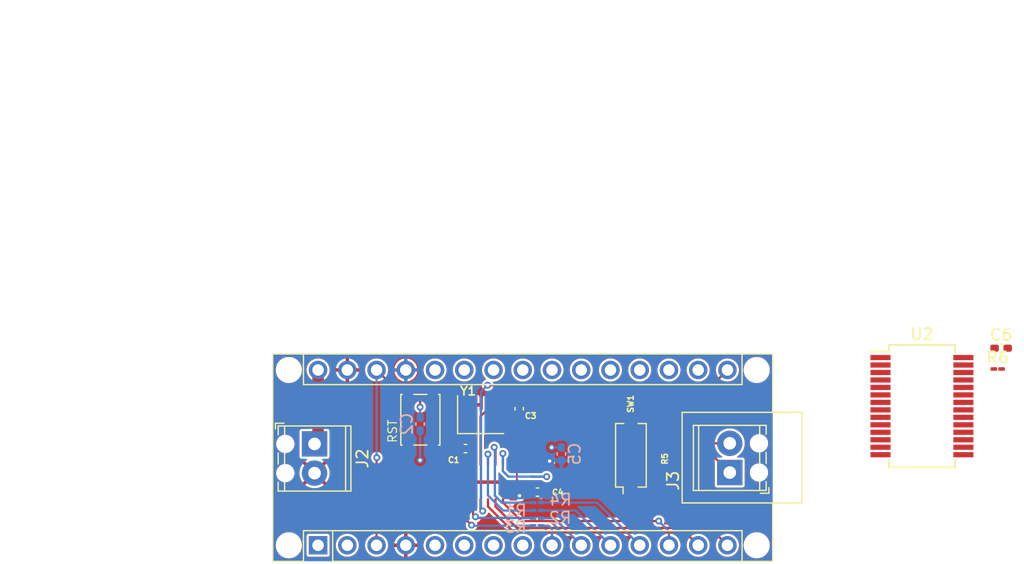
<source format=kicad_pcb>
(kicad_pcb (version 20221018) (generator pcbnew)
  (layers (0 "F.Cu" signal) (1 "In1.Cu" signal) (2 "In2.Cu" signal) (31 "B.Cu" signal) (34 "B.Paste" user) (35 "F.Paste" user) (36 "B.SilkS" user "B.Silkscreen") (37 "F.SilkS" user "F.Silkscreen") (38 "B.Mask" user) (39 "F.Mask" user) (44 "Edge.Cuts" user))
  (net 0 "")
  (net 1 "GND")
  (net 2 "/RESETN")
  (net 3 "/AREF")
  (net 4 "/A0")
  (net 5 "/A1")
  (net 6 "/A2")
  (net 7 "/A3")
  (net 8 "/A4{slash}SDA")
  (net 9 "/A5{slash}SCL")
  (net 10 "/A6")
  (net 11 "/A7")
  (net 12 "/TX1")
  (net 14 "/D2")
  (net 15 "+3V3")
  (net 16 "/D3~{}")
  (net 17 "/D4")
  (net 18 "VIN")
  (net 19 "/D10~{}")
  (net 20 "/MOSI")
  (net 21 "/MISO")
  (net 22 "+5V")
  (net 23 "D6~{}")
  (net 24 "D7")
  (net 25 "D8")
  (net 26 "D9")
  (net 27 "Net-(R5-Pad2)")
  (net 28 "Net-(A1-SCK)")
  (net 29 "/CAN-")
  (net 30 "/CAN+")
  (net 31 "D5~{}")
  (net 32 "Net-(U2-OSC1)")
  (net 33 "Net-(U2-OSC2)")
  (net 34 "Net-(U2-~{INT})")
  (net 35 "Net-(U2-~{INT0}{slash}GPIO0{slash}XSTBY)")
  (net 36 "Net-(U2-~{INT1}{slash}GPIO1)")
  (net 37 "Net-(U2-CLKO{slash}SOF)")
  (net 38 "Net-(U2-STBY)")
  (net 39 "Net-(U2-TXCAN)")
  (net 40 "Net-(U2-RXCAN)")
  (footprint "Capacitor_SMD:C_0402_1005Metric_Pad0.74x0.62mm_HandSolder" (layer "F.Cu") (at 189.335 117.862)
    (fp_text reference "C6" (at 0 -1.16) (layer "F.SilkS"))
    (fp_text value "100n")
    (fp_line (start -0.115835 -0.36) (end 0.115835 -0.36) (stroke (width 0.12)) (layer "F.SilkS"))
    (fp_line (start -0.115835 0.36) (end 0.115835 0.36) (stroke (width 0.12)) (layer "F.SilkS"))
    (pad "1" smd roundrect (at -0.5675 0) (size 0.735 0.62) (layers "F.Cu" "F.Paste" "F.Mask") (net 22 "+5V"))
    (pad "2" smd roundrect (at 0.5675 0) (size 0.735 0.62) (layers "F.Cu" "F.Paste" "F.Mask") (net 1 "GND"))
  )
  (footprint "Module:Arduino_Nano_WithMountingHoles" (layer "F.Cu") (at 130 135 90)
    (fp_text reference "A1" hide)
    (fp_text value "Arduino_Nano_Every")
    (fp_line (start -1.4 -3.94) (end -1.4 -1.27) (stroke (width 0.12)) (layer "F.SilkS"))
    (fp_line (start -1.4 1.27) (end -1.4 39.5) (stroke (width 0.12)) (layer "F.SilkS"))
    (fp_line (start -1.4 39.5) (end 3.68 39.5) (stroke (width 0.12)) (layer "F.SilkS"))
    (fp_line (start 1.27 -1.27) (end -1.4 -1.27) (stroke (width 0.12)) (layer "F.SilkS"))
    (fp_line (start 1.27 1.27) (end -1.4 1.27) (stroke (width 0.12)) (layer "F.SilkS"))
    (fp_line (start 1.27 1.27) (end 1.27 -1.27) (stroke (width 0.12)) (layer "F.SilkS"))
    (fp_line (start 1.27 1.27) (end 1.27 36.83) (stroke (width 0.12)) (layer "F.SilkS"))
    (fp_line (start 1.27 36.83) (end -1.4 36.83) (stroke (width 0.12)) (layer "F.SilkS"))
    (fp_line (start 3.68 31.62) (end 11.56 31.62) (stroke (width 0.12)) (layer "F.SilkS"))
    (fp_line (start 3.68 42.04) (end 3.68 31.62) (stroke (width 0.12)) (layer "F.SilkS"))
    (fp_line (start 11.56 31.62) (end 11.56 42.04) (stroke (width 0.12)) (layer "F.SilkS"))
    (fp_line (start 11.56 42.04) (end 3.68 42.04) (stroke (width 0.12)) (layer "F.SilkS"))
    (fp_line (start 13.97 -1.27) (end 13.97 36.83) (stroke (width 0.12)) (layer "F.SilkS"))
    (fp_line (start 13.97 -1.27) (end 16.64 -1.27) (stroke (width 0.12)) (layer "F.SilkS"))
    (fp_line (start 13.97 36.83) (end 16.64 36.83) (stroke (width 0.12)) (layer "F.SilkS"))
    (fp_line (start 16.64 -3.94) (end -1.4 -3.94) (stroke (width 0.12)) (layer "F.SilkS"))
    (fp_line (start 16.64 39.5) (end 11.56 39.5) (stroke (width 0.12)) (layer "F.SilkS"))
    (fp_line (start 16.64 39.5) (end 16.64 -3.94) (stroke (width 0.12)) (layer "F.SilkS"))
    (pad "" np_thru_hole circle locked (at 0 -2.54 90) (size 1.78 1.78) (drill 1.78) (layers "*.Cu" "*.Mask"))
    (pad "" np_thru_hole circle locked (at 0 38.1 90) (size 1.78 1.78) (drill 1.78) (layers "*.Cu" "*.Mask"))
    (pad "" np_thru_hole circle locked (at 15.24 -2.54 90) (size 1.78 1.78) (drill 1.78) (layers "*.Cu" "*.Mask"))
    (pad "" np_thru_hole circle locked (at 15.24 38.1 90) (size 1.78 1.78) (drill 1.78) (layers "*.Cu" "*.Mask"))
    (pad "1" thru_hole rect locked (at 0 0 90) (size 1.6 1.6) (drill 1) (layers "*.Cu" "*.Mask") (net 12 "/TX1"))
    (pad "2" thru_hole oval locked (at 0 2.54 90) (size 1.6 1.6) (drill 1) (layers "*.Cu" "*.Mask"))
    (pad "3" thru_hole oval locked (at 0 5.08 90) (size 1.6 1.6) (drill 1) (layers "*.Cu" "*.Mask") (net 2 "/RESETN"))
    (pad "4" thru_hole oval locked (at 0 7.62 90) (size 1.6 1.6) (drill 1) (layers "*.Cu" "*.Mask") (net 1 "GND"))
    (pad "5" thru_hole oval locked (at 0 10.16 90) (size 1.6 1.6) (drill 1) (layers "*.Cu" "*.Mask") (net 14 "/D2"))
    (pad "6" thru_hole oval locked (at 0 12.7 90) (size 1.6 1.6) (drill 1) (layers "*.Cu" "*.Mask") (net 16 "/D3~{}"))
    (pad "7" thru_hole oval locked (at 0 15.24 90) (size 1.6 1.6) (drill 1) (layers "*.Cu" "*.Mask") (net 17 "/D4"))
    (pad "8" thru_hole oval locked (at 0 17.78 90) (size 1.6 1.6) (drill 1) (layers "*.Cu" "*.Mask") (net 31 "D5~{}"))
    (pad "9" thru_hole oval locked (at 0 20.32 90) (size 1.6 1.6) (drill 1) (layers "*.Cu" "*.Mask") (net 23 "D6~{}"))
    (pad "10" thru_hole oval locked (at 0 22.86 90) (size 1.6 1.6) (drill 1) (layers "*.Cu" "*.Mask") (net 24 "D7"))
    (pad "11" thru_hole oval locked (at 0 25.4 90) (size 1.6 1.6) (drill 1) (layers "*.Cu" "*.Mask") (net 25 "D8"))
    (pad "12" thru_hole oval locked (at 0 27.94 90) (size 1.6 1.6) (drill 1) (layers "*.Cu" "*.Mask") (net 26 "D9"))
    (pad "13" thru_hole oval locked (at 0 30.48 90) (size 1.6 1.6) (drill 1) (layers "*.Cu" "*.Mask") (net 19 "/D10~{}"))
    (pad "14" thru_hole oval locked (at 0 33.02 90) (size 1.6 1.6) (drill 1) (layers "*.Cu" "*.Mask") (net 20 "/MOSI"))
    (pad "15" thru_hole oval locked (at 0 35.56 90) (size 1.6 1.6) (drill 1) (layers "*.Cu" "*.Mask") (net 21 "/MISO"))
    (pad "16" thru_hole oval locked (at 15.24 35.56 90) (size 1.6 1.6) (drill 1) (layers "*.Cu" "*.Mask") (net 28 "Net-(A1-SCK)"))
    (pad "17" thru_hole oval locked (at 15.24 33.02 90) (size 1.6 1.6) (drill 1) (layers "*.Cu" "*.Mask") (net 15 "+3V3"))
    (pad "18" thru_hole oval locked (at 15.24 30.48 90) (size 1.6 1.6) (drill 1) (layers "*.Cu" "*.Mask") (net 3 "/AREF"))
    (pad "19" thru_hole oval locked (at 15.24 27.94 90) (size 1.6 1.6) (drill 1) (layers "*.Cu" "*.Mask") (net 4 "/A0"))
    (pad "20" thru_hole oval locked (at 15.24 25.4 90) (size 1.6 1.6) (drill 1) (layers "*.Cu" "*.Mask") (net 5 "/A1"))
    (pad "21" thru_hole oval locked (at 15.24 22.86 90) (size 1.6 1.6) (drill 1) (layers "*.Cu" "*.Mask") (net 6 "/A2"))
    (pad "22" thru_hole oval locked (at 15.24 20.32 90) (size 1.6 1.6) (drill 1) (layers "*.Cu" "*.Mask") (net 7 "/A3"))
    (pad "23" thru_hole oval locked (at 15.24 17.78 90) (size 1.6 1.6) (drill 1) (layers "*.Cu" "*.Mask") (net 8 "/A4{slash}SDA"))
    (pad "24" thru_hole oval locked (at 15.24 15.24 90) (size 1.6 1.6) (drill 1) (layers "*.Cu" "*.Mask") (net 9 "/A5{slash}SCL"))
    (pad "25" thru_hole oval locked (at 15.24 12.7 90) (size 1.6 1.6) (drill 1) (layers "*.Cu" "*.Mask") (net 10 "/A6"))
    (pad "26" thru_hole oval locked (at 15.24 10.16 90) (size 1.6 1.6) (drill 1) (layers "*.Cu" "*.Mask") (net 11 "/A7"))
    (pad "27" thru_hole oval locked (at 15.24 7.62 90) (size 1.6 1.6) (drill 1) (layers "*.Cu" "*.Mask") (net 22 "+5V"))
    (pad "28" thru_hole oval locked (at 15.24 5.08 90) (size 1.6 1.6) (drill 1) (layers "*.Cu" "*.Mask") (net 2 "/RESETN"))
    (pad "29" thru_hole oval locked (at 15.24 2.54 90) (size 1.6 1.6) (drill 1) (layers "*.Cu" "*.Mask") (net 1 "GND"))
    (pad "30" thru_hole oval locked (at 15.24 0 90) (size 1.6 1.6) (drill 1) (layers "*.Cu" "*.Mask") (net 18 "VIN"))
  )
  (footprint "Crystal:Crystal_SMD_3225-4Pin_3.2x2.5mm" (layer "F.Cu") (at 144.1174 123.6402)
    (fp_text reference "Y1" (at -1.09 -2.0504) (layer "F.SilkS") (effects (font (size 0.75 0.75))))
    (fp_text value "Crystal_GND24")
    (fp_line (start -2 -1.65) (end -2 1.65) (stroke (width 0.12)) (layer "F.SilkS"))
    (fp_line (start -2 1.65) (end 2 1.65) (stroke (width 0.12)) (layer "F.SilkS"))
    (pad "1" smd rect (at -1.1 0.85) (size 1.4 1.2) (layers "F.Cu" "F.Paste" "F.Mask") (net 32 "Net-(U2-OSC1)"))
    (pad "2" smd rect (at 1.1 0.85) (size 1.4 1.2) (layers "F.Cu" "F.Paste" "F.Mask") (net 1 "GND"))
    (pad "3" smd rect (at 1.1 -0.85) (size 1.4 1.2) (layers "F.Cu" "F.Paste" "F.Mask") (net 33 "Net-(U2-OSC2)"))
    (pad "4" smd rect (at -1.1 -0.85) (size 1.4 1.2) (layers "F.Cu" "F.Paste" "F.Mask") (net 1 "GND"))
  )
  (footprint "Resistor_SMD:R_01005_0402Metric_Pad0.57x0.30mm_HandSolder" (layer "F.Cu") (at 189.035 119.672)
    (fp_text reference "R6" (at 0 -1) (layer "F.SilkS"))
    (fp_text value "0R")
    (pad "1" smd roundrect (at -0.3375 0) (size 0.575 0.3) (layers "F.Cu" "F.Mask") (net 38 "Net-(U2-STBY)"))
    (pad "2" smd roundrect (at 0.3375 0) (size 0.575 0.3) (layers "F.Cu" "F.Mask") (net 31 "D5~{}"))
  )
  (footprint "Package_SO:SSOP-28_5.3x10.2mm_P0.65mm" (layer "F.Cu") (at 182.455 122.902)
    (fp_text reference "U2" (at 0 -6.25) (layer "F.SilkS"))
    (fp_text value "MCP2517FD-xSL")
    (fp_line (start -2.875 -5.325) (end -2.875 -4.75) (stroke (width 0.15)) (layer "F.SilkS"))
    (fp_line (start -2.875 -5.325) (end 2.875 -5.325) (stroke (width 0.15)) (layer "F.SilkS"))
    (fp_line (start -2.875 -4.75) (end -4.475 -4.75) (stroke (width 0.15)) (layer "F.SilkS"))
    (fp_line (start -2.875 5.325) (end -2.875 4.675) (stroke (width 0.15)) (layer "F.SilkS"))
    (fp_line (start -2.875 5.325) (end 2.875 5.325) (stroke (width 0.15)) (layer "F.SilkS"))
    (fp_line (start 2.875 -5.325) (end 2.875 -4.675) (stroke (width 0.15)) (layer "F.SilkS"))
    (fp_line (start 2.875 5.325) (end 2.875 4.675) (stroke (width 0.15)) (layer "F.SilkS"))
    (pad "1" smd rect (at -3.6 -4.225) (size 1.75 0.45) (layers "F.Cu" "F.Paste" "F.Mask") (net 22 "+5V"))
    (pad "2" smd rect (at -3.6 -3.575) (size 1.75 0.45) (layers "F.Cu" "F.Paste" "F.Mask"))
    (pad "3" smd rect (at -3.6 -2.925) (size 1.75 0.45) (layers "F.Cu" "F.Paste" "F.Mask") (net 29 "/CAN-"))
    (pad "4" smd rect (at -3.6 -2.275) (size 1.75 0.45) (layers "F.Cu" "F.Paste" "F.Mask") (net 30 "/CAN+"))
    (pad "5" smd rect (at -3.6 -1.625) (size 1.75 0.45) (layers "F.Cu" "F.Paste" "F.Mask") (net 38 "Net-(U2-STBY)"))
    (pad "6" smd rect (at -3.6 -0.975) (size 1.75 0.45) (layers "F.Cu" "F.Paste" "F.Mask") (net 36 "Net-(U2-~{INT1}{slash}GPIO1)"))
    (pad "7" smd rect (at -3.6 -0.325) (size 1.75 0.45) (layers "F.Cu" "F.Paste" "F.Mask") (net 35 "Net-(U2-~{INT0}{slash}GPIO0{slash}XSTBY)"))
    (pad "8" smd rect (at -3.6 0.325) (size 1.75 0.45) (layers "F.Cu" "F.Paste" "F.Mask"))
    (pad "9" smd rect (at -3.6 0.975) (size 1.75 0.45) (layers "F.Cu" "F.Paste" "F.Mask") (net 28 "Net-(A1-SCK)"))
    (pad "10" smd rect (at -3.6 1.625) (size 1.75 0.45) (layers "F.Cu" "F.Paste" "F.Mask") (net 20 "/MOSI"))
    (pad "11" smd rect (at -3.6 2.275) (size 1.75 0.45) (layers "F.Cu" "F.Paste" "F.Mask") (net 21 "/MISO"))
    (pad "12" smd rect (at -3.6 2.925) (size 1.75 0.45) (layers "F.Cu" "F.Paste" "F.Mask"))
    (pad "13" smd rect (at -3.6 3.575) (size 1.75 0.45) (layers "F.Cu" "F.Paste" "F.Mask") (net 19 "/D10~{}"))
    (pad "14" smd rect (at -3.6 4.225) (size 1.75 0.45) (layers "F.Cu" "F.Paste" "F.Mask") (net 22 "+5V"))
    (pad "15" smd rect (at 3.6 4.225) (size 1.75 0.45) (layers "F.Cu" "F.Paste" "F.Mask") (net 39 "Net-(U2-TXCAN)"))
    (pad "16" smd rect (at 3.6 3.575) (size 1.75 0.45) (layers "F.Cu" "F.Paste" "F.Mask") (net 40 "Net-(U2-RXCAN)"))
    (pad "17" smd rect (at 3.6 2.925) (size 1.75 0.45) (layers "F.Cu" "F.Paste" "F.Mask"))
    (pad "18" smd rect (at 3.6 2.275) (size 1.75 0.45) (layers "F.Cu" "F.Paste" "F.Mask") (net 37 "Net-(U2-CLKO{slash}SOF)"))
    (pad "19" smd rect (at 3.6 1.625) (size 1.75 0.45) (layers "F.Cu" "F.Paste" "F.Mask") (net 34 "Net-(U2-~{INT})"))
    (pad "20" smd rect (at 3.6 0.975) (size 1.75 0.45) (layers "F.Cu" "F.Paste" "F.Mask") (net 33 "Net-(U2-OSC2)"))
    (pad "21" smd rect (at 3.6 0.325) (size 1.75 0.45) (layers "F.Cu" "F.Paste" "F.Mask") (net 32 "Net-(U2-OSC1)"))
    (pad "22" smd rect (at 3.6 -0.325) (size 1.75 0.45) (layers "F.Cu" "F.Paste" "F.Mask") (net 1 "GND"))
    (pad "23" smd rect (at 3.6 -0.975) (size 1.75 0.45) (layers "F.Cu" "F.Paste" "F.Mask") (net 39 "Net-(U2-TXCAN)"))
    (pad "24" smd rect (at 3.6 -1.625) (size 1.75 0.45) (layers "F.Cu" "F.Paste" "F.Mask") (net 1 "GND"))
    (pad "25" smd rect (at 3.6 -2.275) (size 1.75 0.45) (layers "F.Cu" "F.Paste" "F.Mask") (net 22 "+5V"))
    (pad "26" smd rect (at 3.6 -2.925) (size 1.75 0.45) (layers "F.Cu" "F.Paste" "F.Mask"))
    (pad "27" smd rect (at 3.6 -3.575) (size 1.75 0.45) (layers "F.Cu" "F.Paste" "F.Mask"))
    (pad "28" smd rect (at 3.6 -4.225) (size 1.75 0.45) (layers "F.Cu" "F.Paste" "F.Mask") (net 40 "Net-(U2-RXCAN)"))
  )
  (footprint "Capacitor_SMD:C_0402_1005Metric_Pad0.74x0.62mm_HandSolder" (layer "F.Cu") (at 149.0639 130.3782)
    (fp_text reference "C4" (at 1.7613 0.0254) (layer "F.SilkS") (effects (font (size 0.5 0.5) (thickness 0.125))))
    (fp_text value "100n")
    (fp_line (start -0.115835 -0.36) (end 0.115835 -0.36) (stroke (width 0.12)) (layer "F.SilkS"))
    (fp_line (start -0.115835 0.36) (end 0.115835 0.36) (stroke (width 0.12)) (layer "F.SilkS"))
    (pad "1" smd roundrect (at -0.5675 0) (size 0.735 0.62) (layers "F.Cu" "F.Paste" "F.Mask") (net 22 "+5V"))
    (pad "2" smd roundrect (at 0.5675 0) (size 0.735 0.62) (layers "F.Cu" "F.Paste" "F.Mask") (net 1 "GND"))
  )
  (footprint "Button_Switch_SMD:SW_SPST_PTS810" (layer "F.Cu") (at 138.8872 124.0868 -90)
    (fp_text reference "PB1" hide)
    (fp_text value "SW_Push" hide)
    (fp_line (start -2.2 -1.7) (end -2.2 -1.58) (stroke (width 0.12)) (layer "F.SilkS"))
    (fp_line (start -2.2 -0.57) (end -2.2 0.57) (stroke (width 0.12)) (layer "F.SilkS"))
    (fp_line (start -2.2 1.58) (end -2.2 1.7) (stroke (width 0.12)) (layer "F.SilkS"))
    (fp_line (start -2.2 1.7) (end 2.2 1.7) (stroke (width 0.12)) (layer "F.SilkS"))
    (fp_line (start 2.2 -1.7) (end -2.2 -1.7) (stroke (width 0.12)) (layer "F.SilkS"))
    (fp_line (start 2.2 -1.58) (end 2.2 -1.7) (stroke (width 0.12)) (layer "F.SilkS"))
    (fp_line (start 2.2 0.57) (end 2.2 -0.57) (stroke (width 0.12)) (layer "F.SilkS"))
    (fp_line (start 2.2 1.7) (end 2.2 1.58) (stroke (width 0.12)) (layer "F.SilkS"))
    (pad "1" smd rect (at -2.075 -1.075 270) (size 1.05 0.65) (layers "F.Cu" "F.Paste" "F.Mask") (net 1 "GND"))
    (pad "1" smd rect (at 2.075 -1.075 270) (size 1.05 0.65) (layers "F.Cu" "F.Paste" "F.Mask") (net 1 "GND"))
    (pad "2" smd rect (at -2.075 1.075 270) (size 1.05 0.65) (layers "F.Cu" "F.Paste" "F.Mask") (net 2 "/RESETN"))
    (pad "2" smd rect (at 2.075 1.075 270) (size 1.05 0.65) (layers "F.Cu" "F.Paste" "F.Mask") (net 2 "/RESETN"))
  )
  (footprint "Capacitor_SMD:C_0402_1005Metric_Pad0.74x0.62mm_HandSolder" (layer "F.Cu") (at 147.4724 123.1305 -90)
    (fp_text reference "C3" (at 0.6183 -0.9906 180) (layer "F.SilkS") (effects (font (size 0.5 0.5) (thickness 0.125))))
    (fp_text value "22pF")
    (fp_line (start -0.115835 -0.36) (end 0.115835 -0.36) (stroke (width 0.12)) (layer "F.SilkS"))
    (fp_line (start -0.115835 0.36) (end 0.115835 0.36) (stroke (width 0.12)) (layer "F.SilkS"))
    (pad "1" smd roundrect (at -0.5675 0 270) (size 0.735 0.62) (layers "F.Cu" "F.Paste" "F.Mask") (net 1 "GND"))
    (pad "2" smd roundrect (at 0.5675 0 270) (size 0.735 0.62) (layers "F.Cu" "F.Paste" "F.Mask") (net 33 "Net-(U2-OSC2)"))
  )
  (footprint "Button_Switch_SMD:SW_DIP_SPSTx01_Slide_Copal_CHS-01A_W5.08mm_P1.27mm_JPin" (layer "F.Cu") (at 157.1752 127.1778 90)
    (fp_text reference "SW1" (at 4.4704 -0.0254 90) (layer "F.SilkS") (effects (font (size 0.5 0.5) (thickness 0.125))))
    (fp_text value "SW_DIP_x01")
    (fp_line (start -3.34 -0.68) (end -2.761 -0.68) (stroke (width 0.12)) (layer "F.SilkS"))
    (fp_line (start -2.761 -1.33) (end -2.761 -0.68) (stroke (width 0.12)) (layer "F.SilkS"))
    (fp_line (start -2.761 -1.33) (end 2.76 -1.33) (stroke (width 0.12)) (layer "F.SilkS"))
    (fp_line (start -2.761 0.62) (end -2.761 1.33) (stroke (width 0.12)) (layer "F.SilkS"))
    (fp_line (start -2.761 1.33) (end 2.76 1.33) (stroke (width 0.12)) (layer "F.SilkS"))
    (fp_line (start 2.76 -1.33) (end 2.76 -0.62) (stroke (width 0.12)) (layer "F.SilkS"))
    (fp_line (start 2.76 0.62) (end 2.76 1.33) (stroke (width 0.12)) (layer "F.SilkS"))
    (pad "1" smd rect (at -2.54 0 90) (size 1.6 0.76) (layers "F.Cu" "F.Paste" "F.Mask") (net 27 "Net-(R5-Pad2)"))
    (pad "2" smd rect (at 2.54 0 90) (size 1.6 0.76) (layers "F.Cu" "F.Paste" "F.Mask") (net 30 "/CAN+"))
  )
  (footprint "TerminalBlock_Phoenix:TerminalBlock_Phoenix_MPT-0,5-2-2.54_1x02_P2.54mm_Horizontal" (layer "F.Cu") (at 165.7604 128.6764 90)
    (fp_text reference "J3" (at -0.7112 -4.9276 90) (layer "F.SilkS"))
    (fp_text value "Screw_Terminal_01x02")
    (fp_line (start -1.8 2.66) (end -1.8 3.4) (stroke (width 0.12)) (layer "F.SilkS"))
    (fp_line (start -1.8 3.4) (end -1.3 3.4) (stroke (width 0.12)) (layer "F.SilkS"))
    (fp_line (start -1.56 -3.16) (end -1.56 3.16) (stroke (width 0.12)) (layer "F.SilkS"))
    (fp_line (start -1.56 -3.16) (end 4.1 -3.16) (stroke (width 0.12)) (layer "F.SilkS"))
    (fp_line (start -1.56 -2.7) (end 4.1 -2.7) (stroke (width 0.12)) (layer "F.SilkS"))
    (fp_line (start -1.56 2.6) (end -0.79 2.6) (stroke (width 0.12)) (layer "F.SilkS"))
    (fp_line (start -1.56 3.16) (end -0.79 3.16) (stroke (width 0.12)) (layer "F.SilkS"))
    (fp_line (start 0.79 2.6) (end 1.75 2.6) (stroke (width 0.12)) (layer "F.SilkS"))
    (fp_line (start 0.79 3.16) (end 1.75 3.16) (stroke (width 0.12)) (layer "F.SilkS"))
    (fp_line (start 3.33 2.6) (end 4.1 2.6) (stroke (width 0.12)) (layer "F.SilkS"))
    (fp_line (start 3.33 3.16) (end 4.1 3.16) (stroke (width 0.12)) (layer "F.SilkS"))
    (fp_line (start 4.1 -3.16) (end 4.1 3.16) (stroke (width 0.12)) (layer "F.SilkS"))
    (pad "" np_thru_hole circle (at 0 2.54 90) (size 1.1 1.1) (drill 1.1) (layers "*.Cu" "*.Mask"))
    (pad "" np_thru_hole circle (at 2.54 2.54 90) (size 1.1 1.1) (drill 1.1) (layers "*.Cu" "*.Mask"))
    (pad "1" thru_hole rect (at 0 0 90) (size 2.2 2.2) (drill 1.1) (layers "*.Cu" "*.Mask") (net 29 "/CAN-"))
    (pad "2" thru_hole circle (at 2.54 0 90) (size 2.2 2.2) (drill 1.1) (layers "*.Cu" "*.Mask") (net 30 "/CAN+"))
  )
  (footprint "TerminalBlock_Phoenix:TerminalBlock_Phoenix_MPT-0,5-2-2.54_1x02_P2.54mm_Horizontal" (layer "F.Cu") (at 129.6924 126.1872 -90)
    (fp_text reference "J2" (at 1.27 -4.16 -90) (layer "F.SilkS"))
    (fp_text value "Screw_Terminal_01x02")
    (fp_line (start -1.8 2.66) (end -1.8 3.4) (stroke (width 0.12)) (layer "F.SilkS"))
    (fp_line (start -1.8 3.4) (end -1.3 3.4) (stroke (width 0.12)) (layer "F.SilkS"))
    (fp_line (start -1.56 -3.16) (end -1.56 3.16) (stroke (width 0.12)) (layer "F.SilkS"))
    (fp_line (start -1.56 -3.16) (end 4.1 -3.16) (stroke (width 0.12)) (layer "F.SilkS"))
    (fp_line (start -1.56 -2.7) (end 4.1 -2.7) (stroke (width 0.12)) (layer "F.SilkS"))
    (fp_line (start -1.56 2.6) (end -0.79 2.6) (stroke (width 0.12)) (layer "F.SilkS"))
    (fp_line (start -1.56 3.16) (end -0.79 3.16) (stroke (width 0.12)) (layer "F.SilkS"))
    (fp_line (start 0.79 2.6) (end 1.75 2.6) (stroke (width 0.12)) (layer "F.SilkS"))
    (fp_line (start 0.79 3.16) (end 1.75 3.16) (stroke (width 0.12)) (layer "F.SilkS"))
    (fp_line (start 3.33 2.6) (end 4.1 2.6) (stroke (width 0.12)) (layer "F.SilkS"))
    (fp_line (start 3.33 3.16) (end 4.1 3.16) (stroke (width 0.12)) (layer "F.SilkS"))
    (fp_line (start 4.1 -3.16) (end 4.1 3.16) (stroke (width 0.12)) (layer "F.SilkS"))
    (pad "" np_thru_hole circle (at 0 2.54 270) (size 1.1 1.1) (drill 1.1) (layers "*.Cu" "*.Mask"))
    (pad "" np_thru_hole circle (at 2.54 2.54 270) (size 1.1 1.1) (drill 1.1) (layers "*.Cu" "*.Mask"))
    (pad "1" thru_hole rect (at 0 0 270) (size 2.2 2.2) (drill 1.1) (layers "*.Cu" "*.Mask") (net 18 "VIN"))
    (pad "2" thru_hole circle (at 2.54 0 270) (size 2.2 2.2) (drill 1.1) (layers "*.Cu" "*.Mask") (net 1 "GND"))
  )
  (footprint "Resistor_SMD:R_01005_0402Metric_Pad0.57x0.30mm_HandSolder" (layer "F.Cu") (at 159.3088 127.5519 -90)
    (fp_text reference "R5" (at -0.0693 -0.8128 90) (layer "F.SilkS") (effects (font (size 0.5 0.5) (thickness 0.125))))
    (fp_text value "120R")
    (pad "1" smd roundrect (at -0.3375 0 270) (size 0.575 0.3) (layers "F.Cu" "F.Mask") (net 29 "/CAN-"))
    (pad "2" smd roundrect (at 0.3375 0 270) (size 0.575 0.3) (layers "F.Cu" "F.Mask") (net 27 "Net-(R5-Pad2)"))
  )
  (footprint "Capacitor_SMD:C_0402_1005Metric_Pad0.74x0.62mm_HandSolder" (layer "F.Cu") (at 142.8075 126.5936)
    (fp_text reference "C1" (at -1.0247 0.9906) (layer "F.SilkS") (effects (font (size 0.5 0.5) (thickness 0.125))))
    (fp_text value "22pF")
    (fp_line (start -0.115835 -0.36) (end 0.115835 -0.36) (stroke (width 0.12)) (layer "F.SilkS"))
    (fp_line (start -0.115835 0.36) (end 0.115835 0.36) (stroke (width 0.12)) (layer "F.SilkS"))
    (pad "1" smd roundrect (at -0.5675 0) (size 0.735 0.62) (layers "F.Cu" "F.Paste" "F.Mask") (net 1 "GND"))
    (pad "2" smd roundrect (at 0.5675 0) (size 0.735 0.62) (layers "F.Cu" "F.Paste" "F.Mask") (net 32 "Net-(U2-OSC1)"))
  )
  (footprint "Resistor_SMD:R_01005_0402Metric_Pad0.57x0.30mm_HandSolder" (layer "B.Cu") (at 149.0218 131.9784)
    (fp_text reference "R1" (at -1.8796 0) (layer "B.SilkS") (effects (justify mirror)))
    (fp_text value "0R")
    (pad "1" smd roundrect (at -0.3375 0) (size 0.575 0.3) (layers "B.Cu" "B.Mask") (net 34 "Net-(U2-~{INT})"))
    (pad "2" smd roundrect (at 0.3375 0) (size 0.575 0.3) (layers "B.Cu" "B.Mask") (net 25 "D8"))
  )
  (footprint "Resistor_SMD:R_01005_0402Metric_Pad0.57x0.30mm_HandSolder" (layer "B.Cu") (at 149.0149 133.2992)
    (fp_text reference "R3" (at -1.8727 0.1016) (layer "B.SilkS") (effects (justify mirror)))
    (fp_text value "0R")
    (pad "1" smd roundrect (at -0.3375 0) (size 0.575 0.3) (layers "B.Cu" "B.Mask") (net 36 "Net-(U2-~{INT1}{slash}GPIO1)"))
    (pad "2" smd roundrect (at 0.3375 0) (size 0.575 0.3) (layers "B.Cu" "B.Mask") (net 23 "D6~{}"))
  )
  (footprint "Capacitor_SMD:C_0402_1005Metric_Pad0.74x0.62mm_HandSolder" (layer "B.Cu") (at 151.13 127.0595 90)
    (fp_text reference "C5" (at 0 1.16 90) (layer "B.SilkS") (effects (justify mirror)))
    (fp_text value "100n")
    (fp_line (start -0.115835 -0.36) (end 0.115835 -0.36) (stroke (width 0.12)) (layer "B.SilkS"))
    (fp_line (start -0.115835 0.36) (end 0.115835 0.36) (stroke (width 0.12)) (layer "B.SilkS"))
    (pad "1" smd roundrect (at -0.5675 0 90) (size 0.735 0.62) (layers "B.Cu" "B.Paste" "B.Mask") (net 22 "+5V"))
    (pad "2" smd roundrect (at 0.5675 0 90) (size 0.735 0.62) (layers "B.Cu" "B.Paste" "B.Mask") (net 1 "GND"))
  )
  (footprint "Resistor_SMD:R_01005_0402Metric_Pad0.57x0.30mm_HandSolder" (layer "B.Cu") (at 149.0291 131.2926)
    (fp_text reference "R4" (at 2.0247 -0.254) (layer "B.SilkS") (effects (justify mirror)))
    (fp_text value "0R")
    (pad "1" smd roundrect (at -0.3375 0) (size 0.575 0.3) (layers "B.Cu" "B.Mask") (net 37 "Net-(U2-CLKO{slash}SOF)"))
    (pad "2" smd roundrect (at 0.3375 0) (size 0.575 0.3) (layers "B.Cu" "B.Mask") (net 26 "D9"))
  )
  (footprint "Capacitor_SMD:C_0402_1005Metric_Pad0.74x0.62mm_HandSolder" (layer "B.Cu") (at 138.8618 124.46 -90)
    (fp_text reference "C2" (at 0 1.16 90) (layer "B.SilkS") (effects (justify mirror)))
    (fp_text value "100n")
    (fp_line (start -0.115835 -0.36) (end 0.115835 -0.36) (stroke (width 0.12)) (layer "B.SilkS"))
    (fp_line (start -0.115835 0.36) (end 0.115835 0.36) (stroke (width 0.12)) (layer "B.SilkS"))
    (pad "1" smd roundrect (at -0.5675 0 270) (size 0.735 0.62) (layers "B.Cu" "B.Paste" "B.Mask") (net 2 "/RESETN"))
    (pad "2" smd roundrect (at 0.5675 0 270) (size 0.735 0.62) (layers "B.Cu" "B.Paste" "B.Mask") (net 1 "GND"))
  )
  (footprint "Resistor_SMD:R_01005_0402Metric_Pad0.57x0.30mm_HandSolder" (layer "B.Cu") (at 149.0222 132.6388)
    (fp_text reference "R2" (at 2.0062 -0.0254) (layer "B.SilkS") (effects (justify mirror)))
    (fp_text value "0R")
    (pad "1" smd roundrect (at -0.3375 0) (size 0.575 0.3) (layers "B.Cu" "B.Mask") (net 35 "Net-(U2-~{INT0}{slash}GPIO0{slash}XSTBY)"))
    (pad "2" smd roundrect (at 0.3375 0) (size 0.575 0.3) (layers "B.Cu" "B.Mask") (net 24 "D7"))
  )
  (gr_line (start 126.0602 136.398) (end 126.0602 118.364) (stroke (width 0.01)) (layer "Edge.Cuts"))
  (gr_line (start 169.4942 136.398) (end 169.4942 118.364) (stroke (width 0.01)) (layer "Edge.Cuts"))
  (gr_line (start 126.0602 118.364) (end 169.4942 118.364) (stroke (width 0.01)) (layer "Edge.Cuts"))
  (gr_line (start 169.4942 136.398) (end 126.0602 136.398) (stroke (width 0.01)) (layer "Edge.Cuts"))
  (gr_text "RST" (at 136.906 126.1618 90) (layer "F.SilkS") (effects (font (size 0.75 0.75) (thickness 0.1)) (justify left bottom)))
  (segment (start 146.06105 128.0085) (end 146.06105 127.03645) (width 0.2) (layer "F.Cu") (net 0))
  (segment (start 148.170878 125.1966) (end 148.5168 125.1966) (width 0.2) (layer "F.Cu") (net 0))
  (segment (start 146.06105 127.03645) (end 146.05 127.0254) (width 0.2) (layer "F.Cu") (net 0))
  (segment (start 149.86 129.032) (end 148.5422 129.032) (width 0.2) (layer "F.Cu") (net 0))
  (segment (start 146.6596 123.698) (end 145.5674 124.7902) (width 0.2) (layer "F.Cu") (net 0))
  (segment (start 146.71105 128.0085) (end 146.71105 126.656428) (width 0.2) (layer "F.Cu") (net 0))
  (segment (start 147.4724 123.698) (end 146.6596 123.698) (width 0.2) (layer "F.Cu") (net 0))
  (segment (start 148.5422 129.032) (end 148.5168 129.0066) (width 0.2) (layer "F.Cu") (net 0))
  (segment (start 146.71105 126.656428) (end 148.170878 125.1966) (width 0.2) (layer "F.Cu") (net 0))
  (via (at 146.05 127.0254) (size 0.6) (drill 0.3) (layers "F.Cu" "B.Cu") (net 0))
  (via (at 149.86 129.032) (size 0.6) (drill 0.3) (layers "F.Cu" "B.Cu") (net 0))
  (segment (start 146.05 128.5494) (end 146.2532 128.7526) (width 0.2) (layer "B.Cu") (net 0))
  (segment (start 146.2532 128.7526) (end 146.5326 129.032) (width 0.2) (layer "B.Cu") (net 0))
  (segment (start 146.5326 129.032) (end 149.86 129.032) (width 0.2) (layer "B.Cu") (net 0))
  (segment (start 146.05 127.0254) (end 146.05 128.5494) (width 0.2) (layer "B.Cu") (net 0))
  (via (at 150.2918 126.492) (size 0.6) (drill 0.3) (layers "F.Cu" "B.Cu") (net 1))
  (via (at 138.8618 127.6096) (size 0.6) (drill 0.3) (layers "F.Cu" "B.Cu") (net 1))
  (segment (start 151.13 126.492) (end 150.2918 126.492) (width 0.2) (layer "B.Cu") (net 1))
  (segment (start 138.8618 125.0275) (end 138.8618 127.6096) (width 0.2) (layer "B.Cu") (net 1))
  (segment (start 137.3318 122.0118) (end 135.08 119.76) (width 0.2) (layer "F.Cu") (net 2))
  (segment (start 135.08 127.4036) (end 135.08 135) (width 0.2) (layer "F.Cu") (net 2))
  (segment (start 138.8618 122.9868) (end 138.8618 122.4026) (width 0.2) (layer "F.Cu") (net 2))
  (segment (start 137.8122 122.0118) (end 137.8122 126.1618) (width 0.2) (layer "F.Cu") (net 2))
  (segment (start 137.8122 122.0118) (end 137.3318 122.0118) (width 0.2) (layer "F.Cu") (net 2))
  (segment (start 138.8618 122.4026) (end 138.471 122.0118) (width 0.2) (layer "F.Cu") (net 2))
  (segment (start 135.1026 127.381) (end 135.08 127.4036) (width 0.2) (layer "F.Cu") (net 2))
  (segment (start 138.471 122.0118) (end 137.8122 122.0118) (width 0.2) (layer "F.Cu") (net 2))
  (via (at 135.1026 127.381) (size 0.6) (drill 0.3) (layers "F.Cu" "B.Cu") (net 2))
  (via (at 138.8618 122.9868) (size 0.6) (drill 0.3) (layers "F.Cu" "B.Cu") (net 2))
  (segment (start 135.08 127.3584) (end 135.1026 127.381) (width 0.2) (layer "B.Cu") (net 2))
  (segment (start 138.8618 123.8925) (end 138.8618 122.9868) (width 0.2) (layer "B.Cu") (net 2))
  (segment (start 135.08 119.76) (end 135.08 127.3584) (width 0.2) (layer "B.Cu") (net 2))
  (segment (start 130 119.76) (end 130 125.8796) (width 1) (layer "F.Cu") (net 18))
  (segment (start 130 125.8796) (end 129.6924 126.1872) (width 1) (layer "F.Cu") (net 18))
  (segment (start 147.667173 132.8909) (end 159.5882 132.8909) (width 0.2) (layer "F.Cu") (net 19))
  (segment (start 146.06105 131.284777) (end 147.667173 132.8909) (width 0.2) (layer "F.Cu") (net 19))
  (segment (start 146.06105 131.0085) (end 146.06105 131.284777) (width 0.2) (layer "F.Cu") (net 19))
  (via (at 159.5882 132.8909) (size 0.6) (drill 0.3) (layers "F.Cu" "B.Cu") (net 19))
  (segment (start 160.48 133.7827) (end 160.48 135) (width 0.2) (layer "B.Cu") (net 19))
  (segment (start 159.5882 132.8909) (end 160.48 133.7827) (width 0.2) (layer "B.Cu") (net 19))
  (segment (start 144.76105 131.6335) (end 147.02435 133.8968) (width 0.2) (layer "F.Cu") (net 20))
  (segment (start 161.9168 133.8968) (end 163.02 135) (width 0.2) (layer "F.Cu") (net 20))
  (segment (start 144.76105 131.0085) (end 144.76105 131.6335) (width 0.2) (layer "F.Cu") (net 20))
  (segment (start 147.02435 133.8968) (end 161.9168 133.8968) (width 0.2) (layer "F.Cu") (net 20))
  (segment (start 145.41105 131.6335) (end 147.27115 133.4936) (width 0.2) (layer "F.Cu") (net 21))
  (segment (start 164.0536 133.4936) (end 165.56 135) (width 0.2) (layer "F.Cu") (net 21))
  (segment (start 145.41105 131.0085) (end 145.41105 131.6335) (width 0.2) (layer "F.Cu") (net 21))
  (segment (start 147.27115 133.4936) (end 164.0536 133.4936) (width 0.2) (layer "F.Cu") (net 21))
  (segment (start 147.1792 131.0085) (end 147.4978 130.6899) (width 0.2) (layer "F.Cu") (net 22))
  (segment (start 147.8095 130.3782) (end 147.4978 130.6899) (width 0.2) (layer "F.Cu") (net 22))
  (segment (start 150.0632 127.7366) (end 150.114 127.6858) (width 0.2) (layer "F.Cu") (net 22))
  (segment (start 148.5168 127.7366) (end 150.0632 127.7366) (width 0.2) (layer "F.Cu") (net 22))
  (segment (start 148.4964 130.3782) (end 147.8095 130.3782) (width 0.2) (layer "F.Cu") (net 22))
  (segment (start 146.71105 131.0085) (end 147.1792 131.0085) (width 0.2) (layer "F.Cu") (net 22))
  (via (at 150.114 127.6858) (size 0.6) (drill 0.3) (layers "F.Cu" "B.Cu") (net 22))
  (via (at 147.4978 130.6899) (size 0.6) (drill 0.3) (layers "F.Cu" "B.Cu") (net 22))
  (segment (start 150.32 133.6068) (end 150.32 135) (width 0.2) (layer "B.Cu") (net 23))
  (segment (start 149.3524 133.2992) (end 150.0124 133.2992) (width 0.2) (layer "B.Cu") (net 23))
  (segment (start 150.0124 133.2992) (end 150.32 133.6068) (width 0.2) (layer "B.Cu") (net 23))
  (segment (start 150.4988 132.6388) (end 152.86 135) (width 0.2) (layer "B.Cu") (net 24))
  (segment (start 149.3597 132.6388) (end 150.4988 132.6388) (width 0.2) (layer "B.Cu") (net 24))
  (segment (start 149.3593 131.9784) (end 152.3784 131.9784) (width 0.2) (layer "B.Cu") (net 25))
  (segment (start 152.3784 131.9784) (end 155.4 135) (width 0.2) (layer "B.Cu") (net 25))
  (segment (start 154.2326 131.2926) (end 157.94 135) (width 0.2) (layer "B.Cu") (net 26))
  (segment (start 149.3666 131.2926) (end 154.2326 131.2926) (width 0.2) (layer "B.Cu") (net 26))
  (segment (start 157.0482 129.5908) (end 157.1752 129.7178) (width 0.2) (layer "F.Cu") (net 27))
  (segment (start 158.2928 129.7178) (end 157.1752 129.7178) (width 0.2) (layer "F.Cu") (net 27))
  (segment (start 159.3088 127.8894) (end 159.3088 128.7018) (width 0.2) (layer "F.Cu") (net 27))
  (segment (start 159.3088 128.7018) (end 158.2928 129.7178) (width 0.2) (layer "F.Cu") (net 27))
  (segment (start 144.7292 121.0818) (end 164.2382 121.0818) (width 0.2) (layer "F.Cu") (net 28))
  (segment (start 144.11105 131.0085) (end 144.11105 131.832664) (width 0.2) (layer "F.Cu") (net 28))
  (segment (start 144.11105 131.832664) (end 144.29967 132.021284) (width 0.2) (layer "F.Cu") (net 28))
  (segment (start 164.2382 121.0818) (end 165.56 119.76) (width 0.2) (layer "F.Cu") (net 28))
  (via (at 144.29967 132.021284) (size 0.6) (drill 0.3) (layers "F.Cu" "B.Cu") (net 28))
  (via (at 144.7292 121.0818) (size 0.6) (drill 0.3) (layers "F.Cu" "B.Cu") (net 28))
  (segment (start 144.1514 121.6596) (end 144.1514 131.873014) (width 0.2) (layer "B.Cu") (net 28))
  (segment (start 144.7292 121.0818) (end 144.1514 121.6596) (width 0.2) (layer "B.Cu") (net 28))
  (segment (start 144.1514 131.873014) (end 144.29967 132.021284) (width 0.2) (layer "B.Cu") (net 28))
  (segment (start 159.3088 127.2144) (end 159.3088 126.586401) (width 0.2) (layer "F.Cu") (net 29))
  (segment (start 154.479522 127.0698) (end 154.962921 126.586401) (width 0.2) (layer "F.Cu") (net 29))
  (segment (start 159.3088 126.586401) (end 163.670401 126.586401) (width 0.2) (layer "F.Cu") (net 29))
  (segment (start 154.962921 126.586401) (end 159.3088 126.586401) (width 0.2) (layer "F.Cu") (net 29))
  (segment (start 163.670401 126.586401) (end 165.7604 128.6764) (width 0.2) (layer "F.Cu") (net 29))
  (segment (start 154.1336 127.0698) (end 154.479522 127.0698) (width 0.2) (layer "F.Cu") (net 29))
  (segment (start 153.4668 127.7366) (end 154.1336 127.0698) (width 0.2) (layer "F.Cu") (net 29))
  (segment (start 153.4668 126.4666) (end 154.100403 126.4666) (width 0.2) (layer "F.Cu") (net 30))
  (segment (start 157.1752 126.1364) (end 157.1752 124.6378) (width 0.2) (layer "F.Cu") (net 30))
  (segment (start 157.1752 126.1364) (end 165.7604 126.1364) (width 0.2) (layer "F.Cu") (net 30))
  (segment (start 153.4668 126.4666) (end 154.1526 126.4666) (width 0.2) (layer "F.Cu") (net 30))
  (segment (start 154.430603 126.1364) (end 157.1752 126.1364) (width 0.2) (layer "F.Cu") (net 30))
  (segment (start 154.100403 126.4666) (end 154.430603 126.1364) (width 0.2) (layer "F.Cu") (net 30))
  (segment (start 143.46105 125.58385) (end 142.6674 124.7902) (width 0.2) (layer "F.Cu") (net 32))
  (segment (start 143.46105 128.0085) (end 143.46105 125.58385) (width 0.2) (layer "F.Cu") (net 32))
  (segment (start 144.11105 123.79655) (end 145.1174 122.7902) (width 0.2) (layer "F.Cu") (net 33))
  (segment (start 144.11105 128.0085) (end 144.11105 123.79655) (width 0.2) (layer "F.Cu") (net 33))
  (segment (start 145.1174 122.7902) (end 145.2174 122.7902) (width 0.2) (layer "F.Cu") (net 33))
  (segment (start 144.76105 128.0085) (end 144.76105 127.08265) (width 0.2) (layer "F.Cu") (net 34))
  (segment (start 144.76105 127.08265) (end 144.7546 127.0762) (width 0.2) (layer "F.Cu") (net 34))
  (via (at 144.7546 127.0762) (size 0.6) (drill 0.3) (layers "F.Cu" "B.Cu") (net 34))
  (segment (start 144.7546 130.6576) (end 146.0754 131.9784) (width 0.2) (layer "B.Cu") (net 34))
  (segment (start 144.7546 127.0762) (end 144.7546 130.6576) (width 0.2) (layer "B.Cu") (net 34))
  (segment (start 146.0754 131.9784) (end 148.6843 131.9784) (width 0.2) (layer "B.Cu") (net 34))
  (segment (start 143.670227 132.520341) (end 143.46105 132.311164) (width 0.2) (layer "F.Cu") (net 35))
  (segment (start 143.46105 132.311164) (end 143.46105 131.0085) (width 0.2) (layer "F.Cu") (net 35))
  (via (at 143.670227 132.520341) (size 0.6) (drill 0.3) (layers "F.Cu" "B.Cu") (net 35))
  (segment (start 143.77387 132.623984) (end 148.669884 132.623984) (width 0.2) (layer "B.Cu") (net 35))
  (segment (start 148.669884 132.623984) (end 148.6847 132.6388) (width 0.2) (layer "B.Cu") (net 35))
  (segment (start 143.670227 132.520341) (end 143.77387 132.623984) (width 0.2) (layer "B.Cu") (net 35))
  (segment (start 143.3322 133.2484) (end 142.81105 132.72725) (width 0.2) (layer "F.Cu") (net 36))
  (segment (start 142.81105 132.72725) (end 142.81105 131.0085) (width 0.2) (layer "F.Cu") (net 36))
  (via (at 143.3322 133.2484) (size 0.6) (drill 0.3) (layers "F.Cu" "B.Cu") (net 36))
  (segment (start 143.383 133.2992) (end 148.6774 133.2992) (width 0.2) (layer "B.Cu") (net 36))
  (segment (start 143.3322 133.2484) (end 143.383 133.2992) (width 0.2) (layer "B.Cu") (net 36))
  (segment (start 145.41105 128.0085) (end 145.41105 126.598528) (width 0.2) (layer "F.Cu") (net 37))
  (segment (start 145.41105 126.598528) (end 145.297006 126.484484) (width 0.2) (layer "F.Cu") (net 37))
  (via (at 145.297006 126.484484) (size 0.6) (drill 0.3) (layers "F.Cu" "B.Cu") (net 37))
  (segment (start 145.3578 126.545278) (end 145.3578 130.6894) (width 0.2) (layer "B.Cu") (net 37))
  (segment (start 145.95981 131.2926) (end 148.6916 131.2926) (width 0.2) (layer "B.Cu") (net 37))
  (segment (start 145.3578 130.6894) (end 145.357205 130.689995) (width 0.2) (layer "B.Cu") (net 37))
  (segment (start 145.297006 126.484484) (end 145.3578 126.545278) (width 0.2) (layer "B.Cu") (net 37))
  (segment (start 145.357205 130.689995) (end 145.95981 131.2926) (width 0.2) (layer "B.Cu") (net 37))
  (zone (net 1) (net_name "GND") (layer "F.Cu") (name "GND") (connect_pads (clearance 0.000001)) (min_thickness 0.127) (fill yes (thermal_gap 0.304) (thermal_bridge_width 0.304))
    (polygon (pts (xy 126.111 118.4148) (xy 169.4434 118.4148) (xy 169.4434 136.3472) (xy 126.111 136.3472)))
  )
  (zone (net 22) (net_name "+5V") (layer "B.Cu") (name "VCC") (priority 1) (connect_pads (clearance 0.000001)) (min_thickness 0.127) (fill yes (thermal_gap 0.304) (thermal_bridge_width 0.304))
    (polygon (pts (xy 126.0602 118.364) (xy 169.4942 118.364) (xy 169.4942 136.398) (xy 126.0602 136.398)))
  )
)
</source>
